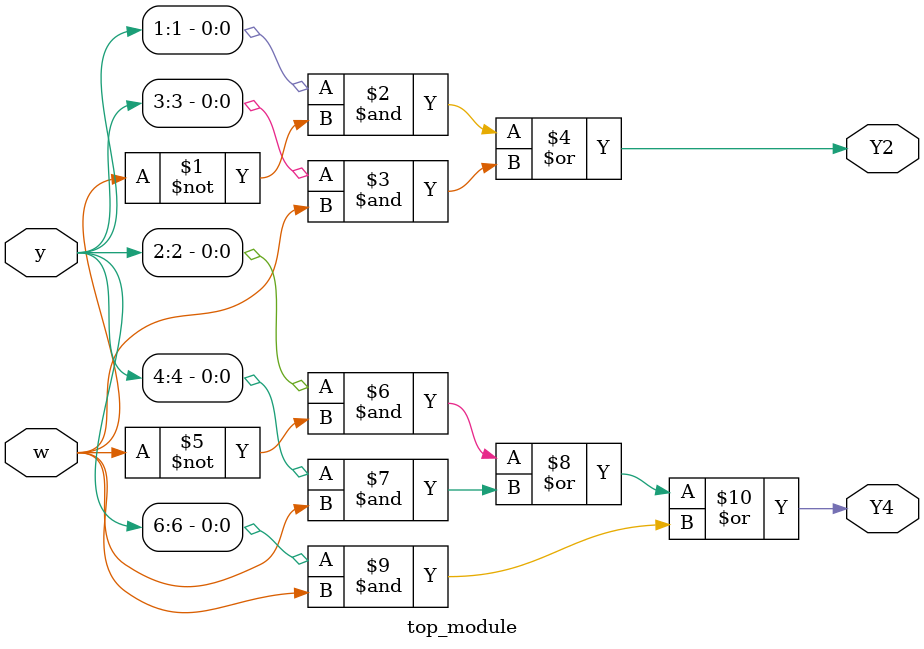
<source format=sv>
module top_module (
    input [6:1] y,
    input w,
    output Y2,
    output Y4
);

// Next-state logic for y[2] (state B and C)
assign Y2 = (y[1] & ~w) | (y[3] & w);

// Next-state logic for y[4] (state D, E, and F)
assign Y4 = (y[2] & ~w) | (y[4] & w) | (y[6] & w);

endmodule

</source>
